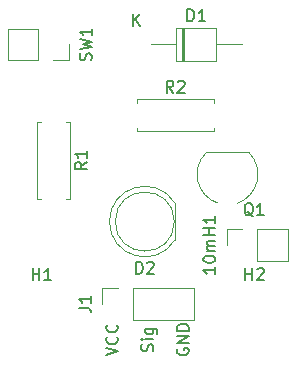
<source format=gbr>
%TF.GenerationSoftware,KiCad,Pcbnew,(6.0.4)*%
%TF.CreationDate,2022-10-02T23:39:58+02:00*%
%TF.ProjectId,Magnet_v2,4d61676e-6574-45f7-9632-2e6b69636164,rev?*%
%TF.SameCoordinates,Original*%
%TF.FileFunction,Legend,Top*%
%TF.FilePolarity,Positive*%
%FSLAX46Y46*%
G04 Gerber Fmt 4.6, Leading zero omitted, Abs format (unit mm)*
G04 Created by KiCad (PCBNEW (6.0.4)) date 2022-10-02 23:39:58*
%MOMM*%
%LPD*%
G01*
G04 APERTURE LIST*
%ADD10C,0.150000*%
%ADD11C,0.120000*%
G04 APERTURE END LIST*
D10*
X140404761Y-122976190D02*
X140452380Y-122833333D01*
X140452380Y-122595238D01*
X140404761Y-122500000D01*
X140357142Y-122452380D01*
X140261904Y-122404761D01*
X140166666Y-122404761D01*
X140071428Y-122452380D01*
X140023809Y-122500000D01*
X139976190Y-122595238D01*
X139928571Y-122785714D01*
X139880952Y-122880952D01*
X139833333Y-122928571D01*
X139738095Y-122976190D01*
X139642857Y-122976190D01*
X139547619Y-122928571D01*
X139500000Y-122880952D01*
X139452380Y-122785714D01*
X139452380Y-122547619D01*
X139500000Y-122404761D01*
X140452380Y-121976190D02*
X139785714Y-121976190D01*
X139452380Y-121976190D02*
X139500000Y-122023809D01*
X139547619Y-121976190D01*
X139500000Y-121928571D01*
X139452380Y-121976190D01*
X139547619Y-121976190D01*
X139785714Y-121071428D02*
X140595238Y-121071428D01*
X140690476Y-121119047D01*
X140738095Y-121166666D01*
X140785714Y-121261904D01*
X140785714Y-121404761D01*
X140738095Y-121500000D01*
X140404761Y-121071428D02*
X140452380Y-121166666D01*
X140452380Y-121357142D01*
X140404761Y-121452380D01*
X140357142Y-121500000D01*
X140261904Y-121547619D01*
X139976190Y-121547619D01*
X139880952Y-121500000D01*
X139833333Y-121452380D01*
X139785714Y-121357142D01*
X139785714Y-121166666D01*
X139833333Y-121071428D01*
X136452380Y-123333333D02*
X137452380Y-123000000D01*
X136452380Y-122666666D01*
X137357142Y-121761904D02*
X137404761Y-121809523D01*
X137452380Y-121952380D01*
X137452380Y-122047619D01*
X137404761Y-122190476D01*
X137309523Y-122285714D01*
X137214285Y-122333333D01*
X137023809Y-122380952D01*
X136880952Y-122380952D01*
X136690476Y-122333333D01*
X136595238Y-122285714D01*
X136500000Y-122190476D01*
X136452380Y-122047619D01*
X136452380Y-121952380D01*
X136500000Y-121809523D01*
X136547619Y-121761904D01*
X137357142Y-120761904D02*
X137404761Y-120809523D01*
X137452380Y-120952380D01*
X137452380Y-121047619D01*
X137404761Y-121190476D01*
X137309523Y-121285714D01*
X137214285Y-121333333D01*
X137023809Y-121380952D01*
X136880952Y-121380952D01*
X136690476Y-121333333D01*
X136595238Y-121285714D01*
X136500000Y-121190476D01*
X136452380Y-121047619D01*
X136452380Y-120952380D01*
X136500000Y-120809523D01*
X136547619Y-120761904D01*
X142500000Y-122761904D02*
X142452380Y-122857142D01*
X142452380Y-123000000D01*
X142500000Y-123142857D01*
X142595238Y-123238095D01*
X142690476Y-123285714D01*
X142880952Y-123333333D01*
X143023809Y-123333333D01*
X143214285Y-123285714D01*
X143309523Y-123238095D01*
X143404761Y-123142857D01*
X143452380Y-123000000D01*
X143452380Y-122904761D01*
X143404761Y-122761904D01*
X143357142Y-122714285D01*
X143023809Y-122714285D01*
X143023809Y-122904761D01*
X143452380Y-122285714D02*
X142452380Y-122285714D01*
X143452380Y-121714285D01*
X142452380Y-121714285D01*
X143452380Y-121238095D02*
X142452380Y-121238095D01*
X142452380Y-121000000D01*
X142500000Y-120857142D01*
X142595238Y-120761904D01*
X142690476Y-120714285D01*
X142880952Y-120666666D01*
X143023809Y-120666666D01*
X143214285Y-120714285D01*
X143309523Y-120761904D01*
X143404761Y-120857142D01*
X143452380Y-121000000D01*
X143452380Y-121238095D01*
%TO.C,R2*%
X142143333Y-101082380D02*
X141810000Y-100606190D01*
X141571904Y-101082380D02*
X141571904Y-100082380D01*
X141952857Y-100082380D01*
X142048095Y-100130000D01*
X142095714Y-100177619D01*
X142143333Y-100272857D01*
X142143333Y-100415714D01*
X142095714Y-100510952D01*
X142048095Y-100558571D01*
X141952857Y-100606190D01*
X141571904Y-100606190D01*
X142524285Y-100177619D02*
X142571904Y-100130000D01*
X142667142Y-100082380D01*
X142905238Y-100082380D01*
X143000476Y-100130000D01*
X143048095Y-100177619D01*
X143095714Y-100272857D01*
X143095714Y-100368095D01*
X143048095Y-100510952D01*
X142476666Y-101082380D01*
X143095714Y-101082380D01*
%TO.C,R1*%
X134822380Y-106976666D02*
X134346190Y-107310000D01*
X134822380Y-107548095D02*
X133822380Y-107548095D01*
X133822380Y-107167142D01*
X133870000Y-107071904D01*
X133917619Y-107024285D01*
X134012857Y-106976666D01*
X134155714Y-106976666D01*
X134250952Y-107024285D01*
X134298571Y-107071904D01*
X134346190Y-107167142D01*
X134346190Y-107548095D01*
X134822380Y-106024285D02*
X134822380Y-106595714D01*
X134822380Y-106310000D02*
X133822380Y-106310000D01*
X133965238Y-106405238D01*
X134060476Y-106500476D01*
X134108095Y-106595714D01*
%TO.C,J1*%
X134157380Y-119308333D02*
X134871666Y-119308333D01*
X135014523Y-119355952D01*
X135109761Y-119451190D01*
X135157380Y-119594047D01*
X135157380Y-119689285D01*
X135157380Y-118308333D02*
X135157380Y-118879761D01*
X135157380Y-118594047D02*
X134157380Y-118594047D01*
X134300238Y-118689285D01*
X134395476Y-118784523D01*
X134443095Y-118879761D01*
%TO.C,10mH1*%
X145682380Y-115857142D02*
X145682380Y-116428571D01*
X145682380Y-116142857D02*
X144682380Y-116142857D01*
X144825238Y-116238095D01*
X144920476Y-116333333D01*
X144968095Y-116428571D01*
X144682380Y-115238095D02*
X144682380Y-115142857D01*
X144730000Y-115047619D01*
X144777619Y-115000000D01*
X144872857Y-114952380D01*
X145063333Y-114904761D01*
X145301428Y-114904761D01*
X145491904Y-114952380D01*
X145587142Y-115000000D01*
X145634761Y-115047619D01*
X145682380Y-115142857D01*
X145682380Y-115238095D01*
X145634761Y-115333333D01*
X145587142Y-115380952D01*
X145491904Y-115428571D01*
X145301428Y-115476190D01*
X145063333Y-115476190D01*
X144872857Y-115428571D01*
X144777619Y-115380952D01*
X144730000Y-115333333D01*
X144682380Y-115238095D01*
X145682380Y-114476190D02*
X145015714Y-114476190D01*
X145110952Y-114476190D02*
X145063333Y-114428571D01*
X145015714Y-114333333D01*
X145015714Y-114190476D01*
X145063333Y-114095238D01*
X145158571Y-114047619D01*
X145682380Y-114047619D01*
X145158571Y-114047619D02*
X145063333Y-114000000D01*
X145015714Y-113904761D01*
X145015714Y-113761904D01*
X145063333Y-113666666D01*
X145158571Y-113619047D01*
X145682380Y-113619047D01*
X145682380Y-113142857D02*
X144682380Y-113142857D01*
X145158571Y-113142857D02*
X145158571Y-112571428D01*
X145682380Y-112571428D02*
X144682380Y-112571428D01*
X145682380Y-111571428D02*
X145682380Y-112142857D01*
X145682380Y-111857142D02*
X144682380Y-111857142D01*
X144825238Y-111952380D01*
X144920476Y-112047619D01*
X144968095Y-112142857D01*
%TO.C,D1*%
X143341904Y-95032380D02*
X143341904Y-94032380D01*
X143580000Y-94032380D01*
X143722857Y-94080000D01*
X143818095Y-94175238D01*
X143865714Y-94270476D01*
X143913333Y-94460952D01*
X143913333Y-94603809D01*
X143865714Y-94794285D01*
X143818095Y-94889523D01*
X143722857Y-94984761D01*
X143580000Y-95032380D01*
X143341904Y-95032380D01*
X144865714Y-95032380D02*
X144294285Y-95032380D01*
X144580000Y-95032380D02*
X144580000Y-94032380D01*
X144484761Y-94175238D01*
X144389523Y-94270476D01*
X144294285Y-94318095D01*
X138738095Y-95452380D02*
X138738095Y-94452380D01*
X139309523Y-95452380D02*
X138880952Y-94880952D01*
X139309523Y-94452380D02*
X138738095Y-95023809D01*
%TO.C,Q1*%
X148904761Y-111547619D02*
X148809523Y-111500000D01*
X148714285Y-111404761D01*
X148571428Y-111261904D01*
X148476190Y-111214285D01*
X148380952Y-111214285D01*
X148428571Y-111452380D02*
X148333333Y-111404761D01*
X148238095Y-111309523D01*
X148190476Y-111119047D01*
X148190476Y-110785714D01*
X148238095Y-110595238D01*
X148333333Y-110500000D01*
X148428571Y-110452380D01*
X148619047Y-110452380D01*
X148714285Y-110500000D01*
X148809523Y-110595238D01*
X148857142Y-110785714D01*
X148857142Y-111119047D01*
X148809523Y-111309523D01*
X148714285Y-111404761D01*
X148619047Y-111452380D01*
X148428571Y-111452380D01*
X149809523Y-111452380D02*
X149238095Y-111452380D01*
X149523809Y-111452380D02*
X149523809Y-110452380D01*
X149428571Y-110595238D01*
X149333333Y-110690476D01*
X149238095Y-110738095D01*
%TO.C,H2*%
X148238095Y-116952380D02*
X148238095Y-115952380D01*
X148238095Y-116428571D02*
X148809523Y-116428571D01*
X148809523Y-116952380D02*
X148809523Y-115952380D01*
X149238095Y-116047619D02*
X149285714Y-116000000D01*
X149380952Y-115952380D01*
X149619047Y-115952380D01*
X149714285Y-116000000D01*
X149761904Y-116047619D01*
X149809523Y-116142857D01*
X149809523Y-116238095D01*
X149761904Y-116380952D01*
X149190476Y-116952380D01*
X149809523Y-116952380D01*
%TO.C,SW1*%
X135174761Y-98333333D02*
X135222380Y-98190476D01*
X135222380Y-97952380D01*
X135174761Y-97857142D01*
X135127142Y-97809523D01*
X135031904Y-97761904D01*
X134936666Y-97761904D01*
X134841428Y-97809523D01*
X134793809Y-97857142D01*
X134746190Y-97952380D01*
X134698571Y-98142857D01*
X134650952Y-98238095D01*
X134603333Y-98285714D01*
X134508095Y-98333333D01*
X134412857Y-98333333D01*
X134317619Y-98285714D01*
X134270000Y-98238095D01*
X134222380Y-98142857D01*
X134222380Y-97904761D01*
X134270000Y-97761904D01*
X134222380Y-97428571D02*
X135222380Y-97190476D01*
X134508095Y-97000000D01*
X135222380Y-96809523D01*
X134222380Y-96571428D01*
X135222380Y-95666666D02*
X135222380Y-96238095D01*
X135222380Y-95952380D02*
X134222380Y-95952380D01*
X134365238Y-96047619D01*
X134460476Y-96142857D01*
X134508095Y-96238095D01*
%TO.C,H1*%
X130238095Y-116952380D02*
X130238095Y-115952380D01*
X130238095Y-116428571D02*
X130809523Y-116428571D01*
X130809523Y-116952380D02*
X130809523Y-115952380D01*
X131809523Y-116952380D02*
X131238095Y-116952380D01*
X131523809Y-116952380D02*
X131523809Y-115952380D01*
X131428571Y-116095238D01*
X131333333Y-116190476D01*
X131238095Y-116238095D01*
%TO.C,D2*%
X138991904Y-116412380D02*
X138991904Y-115412380D01*
X139230000Y-115412380D01*
X139372857Y-115460000D01*
X139468095Y-115555238D01*
X139515714Y-115650476D01*
X139563333Y-115840952D01*
X139563333Y-115983809D01*
X139515714Y-116174285D01*
X139468095Y-116269523D01*
X139372857Y-116364761D01*
X139230000Y-116412380D01*
X138991904Y-116412380D01*
X139944285Y-115507619D02*
X139991904Y-115460000D01*
X140087142Y-115412380D01*
X140325238Y-115412380D01*
X140420476Y-115460000D01*
X140468095Y-115507619D01*
X140515714Y-115602857D01*
X140515714Y-115698095D01*
X140468095Y-115840952D01*
X139896666Y-116412380D01*
X140515714Y-116412380D01*
D11*
%TO.C,R2*%
X145580000Y-104370000D02*
X145580000Y-104040000D01*
X139040000Y-101630000D02*
X145580000Y-101630000D01*
X139040000Y-104370000D02*
X145580000Y-104370000D01*
X139040000Y-104040000D02*
X139040000Y-104370000D01*
X139040000Y-101960000D02*
X139040000Y-101630000D01*
X145580000Y-101630000D02*
X145580000Y-101960000D01*
%TO.C,R1*%
X130630000Y-110080000D02*
X130960000Y-110080000D01*
X133370000Y-103540000D02*
X133370000Y-110080000D01*
X130630000Y-103540000D02*
X130630000Y-110080000D01*
X130960000Y-103540000D02*
X130630000Y-103540000D01*
X133040000Y-103540000D02*
X133370000Y-103540000D01*
X133370000Y-110080000D02*
X133040000Y-110080000D01*
%TO.C,J1*%
X138745000Y-120305000D02*
X143885000Y-120305000D01*
X138745000Y-120305000D02*
X138745000Y-117645000D01*
X136145000Y-118975000D02*
X136145000Y-117645000D01*
X136145000Y-117645000D02*
X137475000Y-117645000D01*
X143885000Y-120305000D02*
X143885000Y-117645000D01*
X138745000Y-117645000D02*
X143885000Y-117645000D01*
%TO.C,10mH1*%
X146670000Y-114000000D02*
X146670000Y-112670000D01*
X149270000Y-115330000D02*
X149270000Y-112670000D01*
X149270000Y-115330000D02*
X151870000Y-115330000D01*
X151870000Y-115330000D02*
X151870000Y-112670000D01*
X146670000Y-112670000D02*
X148000000Y-112670000D01*
X149270000Y-112670000D02*
X151870000Y-112670000D01*
%TO.C,D1*%
X147920000Y-97000000D02*
X145800000Y-97000000D01*
X142360000Y-95580000D02*
X142360000Y-98420000D01*
X143080000Y-95580000D02*
X143080000Y-98420000D01*
X140240000Y-97000000D02*
X142360000Y-97000000D01*
X145800000Y-95580000D02*
X142360000Y-95580000D01*
X142360000Y-98420000D02*
X145800000Y-98420000D01*
X142840000Y-95580000D02*
X142840000Y-98420000D01*
X142960000Y-95580000D02*
X142960000Y-98420000D01*
X145800000Y-98420000D02*
X145800000Y-95580000D01*
%TO.C,Q1*%
X148530000Y-106150000D02*
X144930000Y-106150000D01*
X144921555Y-106172316D02*
G75*
G03*
X145950000Y-110450000I1808445J-1827684D01*
G01*
X147550000Y-110450000D02*
G75*
G03*
X148541875Y-106158259I-820000J2450000D01*
G01*
%TO.C,SW1*%
X133330000Y-98330000D02*
X132000000Y-98330000D01*
X130730000Y-95670000D02*
X128130000Y-95670000D01*
X128130000Y-95670000D02*
X128130000Y-98330000D01*
X130730000Y-98330000D02*
X128130000Y-98330000D01*
X133330000Y-97000000D02*
X133330000Y-98330000D01*
X130730000Y-95670000D02*
X130730000Y-98330000D01*
%TO.C,D2*%
X142290000Y-113545000D02*
X142290000Y-110455000D01*
X136740000Y-111999538D02*
G75*
G03*
X142290000Y-113544830I2990000J-462D01*
G01*
X142290000Y-110455170D02*
G75*
G03*
X136740000Y-112000462I-2560000J-1544830D01*
G01*
X142230000Y-112000000D02*
G75*
G03*
X142230000Y-112000000I-2500000J0D01*
G01*
%TD*%
M02*

</source>
